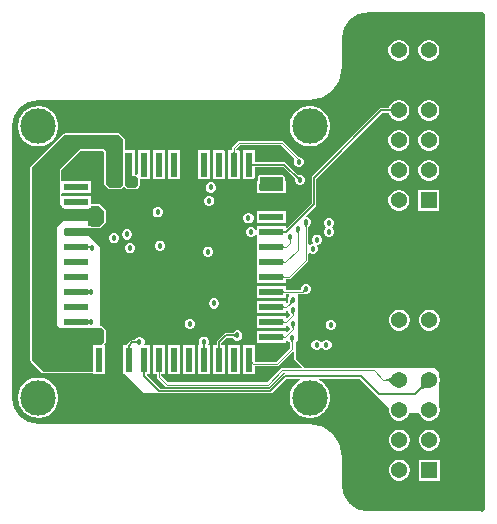
<source format=gtl>
G04*
G04 #@! TF.GenerationSoftware,Altium Limited,Altium Designer,23.8.1 (32)*
G04*
G04 Layer_Physical_Order=1*
G04 Layer_Color=255*
%FSLAX44Y44*%
%MOMM*%
G71*
G04*
G04 #@! TF.SameCoordinates,DF38465C-164B-46F8-8289-0D746A6B0DDA*
G04*
G04*
G04 #@! TF.FilePolarity,Positive*
G04*
G01*
G75*
%ADD14R,0.6000X2.0000*%
%ADD15R,2.0000X0.6000*%
%ADD20C,0.5080*%
%ADD21C,0.1016*%
%ADD22C,0.1270*%
%ADD23C,0.2032*%
%ADD24R,1.3700X1.3700*%
%ADD25C,1.3700*%
%ADD26C,3.0000*%
%ADD27C,0.4570*%
G36*
X-4819Y421900D02*
Y5889D01*
X-5717Y4991D01*
X-72557Y5009D01*
X-101487D01*
X-103411Y5009D01*
X-107184Y5760D01*
X-110739Y7232D01*
X-113937Y9370D01*
X-116670Y12102D01*
X-118827Y15330D01*
X-120313Y18917D01*
X-121070Y22725D01*
X-121070Y24666D01*
Y51097D01*
X-121070D01*
X-121070Y51097D01*
X-121193Y53587D01*
X-122164Y58470D01*
X-124069Y63071D01*
X-126836Y67211D01*
X-128510Y69057D01*
X-131030Y71578D01*
X-131030Y71578D01*
X-132877Y73252D01*
X-137017Y76018D01*
X-141617Y77923D01*
X-146501Y78895D01*
X-148990Y79017D01*
X-380705Y79017D01*
X-382643D01*
X-386444Y79773D01*
X-390025Y81257D01*
X-393247Y83410D01*
X-395979Y86142D01*
X-398120Y89345D01*
X-399594Y92904D01*
X-400345Y96682D01*
Y98608D01*
Y327497D01*
X-400345Y328694D01*
X-400345Y328694D01*
X-400345Y328694D01*
X-400345Y330619D01*
X-399594Y334394D01*
X-398121Y337951D01*
X-395982Y341152D01*
X-395489Y341645D01*
X-394591Y342543D01*
Y342543D01*
X-393229Y343905D01*
X-390026Y346045D01*
X-386466Y347520D01*
X-382688Y348271D01*
X-380761D01*
X-150116Y348271D01*
X-148922Y348271D01*
X-148922Y348271D01*
X-148922Y348271D01*
X-146432Y348394D01*
X-141549Y349365D01*
X-136948Y351270D01*
X-132808Y354037D01*
X-130961Y355711D01*
X-128430Y358242D01*
X-128430D01*
X-128430Y358242D01*
X-126756Y360089D01*
X-123989Y364229D01*
X-122084Y368829D01*
X-121113Y373713D01*
X-120990Y376203D01*
X-120990Y378088D01*
X-121001Y378121D01*
Y400586D01*
X-121001Y401782D01*
X-121001Y401782D01*
X-121001Y401782D01*
X-121001Y403925D01*
X-120165Y408128D01*
X-118525Y412088D01*
X-116144Y415651D01*
X-114599Y417196D01*
Y417196D01*
X-113237Y418558D01*
X-110033Y420698D01*
X-106474Y422172D01*
X-102695Y422924D01*
X-100769D01*
X-5843Y422924D01*
X-4819Y421900D01*
D02*
G37*
%LPC*%
G36*
X-48700Y401737D02*
X-51039D01*
X-53298Y401132D01*
X-55324Y399962D01*
X-56977Y398309D01*
X-58147Y396283D01*
X-58752Y394024D01*
Y391686D01*
X-58147Y389427D01*
X-56977Y387401D01*
X-55324Y385747D01*
X-53298Y384578D01*
X-51039Y383973D01*
X-48700D01*
X-46441Y384578D01*
X-44416Y385747D01*
X-42762Y387401D01*
X-41593Y389427D01*
X-40988Y391686D01*
Y394024D01*
X-41593Y396283D01*
X-42762Y398309D01*
X-44416Y399962D01*
X-46441Y401132D01*
X-48700Y401737D01*
D02*
G37*
G36*
X-74100D02*
X-76439D01*
X-78698Y401132D01*
X-80723Y399962D01*
X-82377Y398309D01*
X-83546Y396283D01*
X-84152Y394024D01*
Y391686D01*
X-83546Y389427D01*
X-82377Y387401D01*
X-80723Y385747D01*
X-78698Y384578D01*
X-76439Y383973D01*
X-74100D01*
X-71842Y384578D01*
X-69816Y385747D01*
X-68162Y387401D01*
X-66993Y389427D01*
X-66388Y391686D01*
Y394024D01*
X-66993Y396283D01*
X-68162Y398309D01*
X-69816Y399962D01*
X-71842Y401132D01*
X-74100Y401737D01*
D02*
G37*
G36*
X-48700Y350937D02*
X-51039D01*
X-53298Y350332D01*
X-55324Y349162D01*
X-56977Y347509D01*
X-58147Y345483D01*
X-58752Y343224D01*
Y340886D01*
X-58147Y338627D01*
X-56977Y336601D01*
X-55324Y334948D01*
X-53298Y333778D01*
X-51039Y333173D01*
X-48700D01*
X-46441Y333778D01*
X-44416Y334948D01*
X-42762Y336601D01*
X-41593Y338627D01*
X-40988Y340886D01*
Y343224D01*
X-41593Y345483D01*
X-42762Y347509D01*
X-44416Y349162D01*
X-46441Y350332D01*
X-48700Y350937D01*
D02*
G37*
G36*
X-74100D02*
X-76439D01*
X-78698Y350332D01*
X-80723Y349162D01*
X-82377Y347509D01*
X-83546Y345483D01*
X-83945Y343997D01*
X-90183D01*
X-90927Y343849D01*
X-91557Y343428D01*
X-148651Y286334D01*
X-149072Y285704D01*
X-149220Y284961D01*
Y263430D01*
X-170092Y242557D01*
X-171265Y243043D01*
Y244103D01*
X-195329D01*
Y241168D01*
X-196599Y240915D01*
X-196903Y241647D01*
X-198117Y242861D01*
X-199704Y243519D01*
X-201421D01*
X-203008Y242861D01*
X-204222Y241647D01*
X-204879Y240061D01*
Y238343D01*
X-204222Y236756D01*
X-203008Y235542D01*
X-201421Y234885D01*
X-199704D01*
X-198117Y235542D01*
X-196903Y236756D01*
X-196599Y237489D01*
X-195329Y237236D01*
Y234039D01*
Y221339D01*
Y208639D01*
Y195939D01*
X-171265D01*
Y199159D01*
X-168246D01*
X-167552Y199297D01*
X-166964Y199690D01*
X-152708Y213946D01*
X-152315Y214534D01*
X-152177Y215228D01*
Y220452D01*
X-150907Y220978D01*
X-150851Y220922D01*
X-149264Y220265D01*
X-147547D01*
X-145960Y220922D01*
X-144745Y222136D01*
X-144088Y223723D01*
Y225440D01*
X-144745Y227027D01*
X-144767Y227049D01*
X-144241Y228319D01*
X-143816D01*
X-142230Y228976D01*
X-141015Y230190D01*
X-140358Y231777D01*
Y233494D01*
X-141015Y235081D01*
X-142230Y236296D01*
X-143816Y236953D01*
X-145534D01*
X-147121Y236296D01*
X-148335Y235081D01*
X-148992Y233494D01*
Y231777D01*
X-148335Y230190D01*
X-148313Y230169D01*
X-148839Y228899D01*
X-149264D01*
X-150851Y228241D01*
X-150907Y228185D01*
X-152177Y228711D01*
Y243363D01*
X-151544Y243625D01*
X-150330Y244840D01*
X-149673Y246426D01*
Y248144D01*
X-150330Y249730D01*
X-151544Y250945D01*
X-153131Y251602D01*
X-153758D01*
X-154284Y252872D01*
X-145904Y261252D01*
X-145904Y261252D01*
X-145483Y261882D01*
X-145335Y262625D01*
Y284156D01*
X-89379Y340113D01*
X-83945D01*
X-83546Y338627D01*
X-82377Y336601D01*
X-80723Y334948D01*
X-78698Y333778D01*
X-76439Y333173D01*
X-74100D01*
X-71842Y333778D01*
X-69816Y334948D01*
X-68162Y336601D01*
X-66993Y338627D01*
X-66388Y340886D01*
Y343224D01*
X-66993Y345483D01*
X-68162Y347509D01*
X-69816Y349162D01*
X-71842Y350332D01*
X-74100Y350937D01*
D02*
G37*
G36*
X-312611Y322787D02*
X-312611Y322787D01*
X-358199D01*
X-358199Y322787D01*
X-359171Y322384D01*
X-386831Y294723D01*
X-387234Y293752D01*
X-387234Y293751D01*
X-387234Y130322D01*
X-387234Y130322D01*
X-386831Y129350D01*
X-386831Y129350D01*
X-377326Y119844D01*
X-376353Y119441D01*
X-376353Y119441D01*
X-334379D01*
Y119089D01*
X-324315D01*
Y143153D01*
X-324315D01*
X-324603Y143847D01*
X-323751Y144699D01*
X-323348Y145671D01*
X-323348Y145671D01*
Y156179D01*
X-323348Y156179D01*
X-323751Y157151D01*
X-323751Y157152D01*
X-325528Y158929D01*
X-326501Y159332D01*
X-326501Y159332D01*
X-328545D01*
Y226219D01*
X-338397Y236071D01*
X-358397D01*
Y242071D01*
X-358349Y242189D01*
X-338397D01*
X-338397Y242189D01*
X-337127Y242518D01*
X-336365Y242202D01*
X-328935D01*
X-328935Y242202D01*
X-327963Y242605D01*
X-327963Y242605D01*
X-323631Y246937D01*
X-323228Y247909D01*
X-323228Y247909D01*
Y256730D01*
X-323631Y257702D01*
X-323631Y257702D01*
X-327892Y261963D01*
X-328864Y262366D01*
X-328864Y262366D01*
X-336316D01*
X-336365Y262399D01*
Y269503D01*
X-360429D01*
X-361130Y270483D01*
Y271159D01*
X-360429Y272139D01*
X-359860Y272139D01*
X-336365D01*
Y282203D01*
X-359860D01*
X-360429Y282203D01*
X-361130Y283183D01*
Y291661D01*
X-344761Y308030D01*
X-325775D01*
X-324640Y306894D01*
Y279664D01*
X-324640Y279664D01*
X-324237Y278692D01*
X-321264Y275719D01*
X-320292Y275317D01*
X-320292Y275317D01*
X-310989Y275317D01*
X-310017Y275719D01*
X-310017Y275719D01*
X-308867Y276869D01*
X-307103Y276842D01*
X-306043Y275781D01*
X-306042Y275781D01*
X-306042Y275780D01*
X-305559Y275580D01*
X-305071Y275378D01*
X-305071Y275378D01*
X-305070Y275378D01*
X-298068D01*
X-298068Y275378D01*
X-297096Y275780D01*
X-297096Y275781D01*
X-295277Y277599D01*
X-295277Y277599D01*
X-294874Y278571D01*
X-294874Y278571D01*
Y284189D01*
X-286215D01*
Y308253D01*
X-296279D01*
Y288179D01*
X-297549Y287458D01*
X-297957Y287627D01*
X-298915Y288328D01*
Y308253D01*
X-307602D01*
Y317777D01*
X-307602Y317778D01*
X-308004Y318750D01*
X-308004Y318750D01*
X-311639Y322384D01*
X-312611Y322787D01*
D02*
G37*
G36*
X-149170Y345703D02*
X-152525D01*
X-155815Y345049D01*
X-158915Y343765D01*
X-161705Y341901D01*
X-164077Y339529D01*
X-165941Y336739D01*
X-167225Y333639D01*
X-167879Y330349D01*
Y326994D01*
X-167225Y323703D01*
X-165941Y320604D01*
X-164077Y317814D01*
X-161705Y315442D01*
X-158915Y313578D01*
X-155815Y312294D01*
X-152525Y311639D01*
X-149170D01*
X-145879Y312294D01*
X-142780Y313578D01*
X-139990Y315442D01*
X-137618Y317814D01*
X-135754Y320604D01*
X-134470Y323703D01*
X-133815Y326994D01*
Y330349D01*
X-134470Y333639D01*
X-135754Y336739D01*
X-137618Y339529D01*
X-139990Y341901D01*
X-142780Y343765D01*
X-145879Y345049D01*
X-149170Y345703D01*
D02*
G37*
G36*
X-379170D02*
X-382525D01*
X-385815Y345049D01*
X-388915Y343765D01*
X-391705Y341901D01*
X-394077Y339529D01*
X-395941Y336739D01*
X-397225Y333639D01*
X-397879Y330349D01*
Y326994D01*
X-397225Y323703D01*
X-395941Y320604D01*
X-394077Y317814D01*
X-391705Y315442D01*
X-388915Y313578D01*
X-385815Y312294D01*
X-382525Y311639D01*
X-379170D01*
X-375879Y312294D01*
X-372780Y313578D01*
X-369990Y315442D01*
X-367618Y317814D01*
X-365754Y320604D01*
X-364470Y323703D01*
X-363815Y326994D01*
Y330349D01*
X-364470Y333639D01*
X-365754Y336739D01*
X-367618Y339529D01*
X-369990Y341901D01*
X-372780Y343765D01*
X-375879Y345049D01*
X-379170Y345703D01*
D02*
G37*
G36*
X-48700Y325537D02*
X-51039D01*
X-53298Y324932D01*
X-55324Y323762D01*
X-56977Y322109D01*
X-58147Y320083D01*
X-58752Y317824D01*
Y315486D01*
X-58147Y313227D01*
X-56977Y311201D01*
X-55324Y309548D01*
X-53298Y308378D01*
X-51039Y307773D01*
X-48700D01*
X-46441Y308378D01*
X-44416Y309548D01*
X-42762Y311201D01*
X-41593Y313227D01*
X-40988Y315486D01*
Y317824D01*
X-41593Y320083D01*
X-42762Y322109D01*
X-44416Y323762D01*
X-46441Y324932D01*
X-48700Y325537D01*
D02*
G37*
G36*
X-74100D02*
X-76439D01*
X-78698Y324932D01*
X-80723Y323762D01*
X-82377Y322109D01*
X-83546Y320083D01*
X-84152Y317824D01*
Y315486D01*
X-83546Y313227D01*
X-82377Y311201D01*
X-80723Y309548D01*
X-78698Y308378D01*
X-76439Y307773D01*
X-74100D01*
X-71842Y308378D01*
X-69816Y309548D01*
X-68162Y311201D01*
X-66993Y313227D01*
X-66388Y315486D01*
Y317824D01*
X-66993Y320083D01*
X-68162Y322109D01*
X-69816Y323762D01*
X-71842Y324932D01*
X-74100Y325537D01*
D02*
G37*
G36*
X-174359Y316406D02*
X-210588D01*
X-211281Y316268D01*
X-211869Y315875D01*
X-216329Y311415D01*
X-216722Y310827D01*
X-216860Y310133D01*
Y308253D01*
X-220079D01*
Y284189D01*
X-210015D01*
Y308253D01*
X-212894D01*
X-213093Y309523D01*
X-209837Y312780D01*
X-175109D01*
X-163542Y301213D01*
X-163886Y300869D01*
X-164543Y299282D01*
Y297565D01*
X-163886Y295978D01*
X-162672Y294764D01*
X-161085Y294106D01*
X-159368D01*
X-157781Y294764D01*
X-156567Y295978D01*
X-155910Y297565D01*
Y299282D01*
X-156567Y300869D01*
X-157781Y302083D01*
X-159368Y302740D01*
X-159942D01*
X-173077Y315875D01*
X-173665Y316268D01*
X-174359Y316406D01*
D02*
G37*
G36*
X-222715Y308253D02*
X-232779D01*
Y284189D01*
X-222715D01*
Y308253D01*
D02*
G37*
G36*
X-235415D02*
X-245479D01*
Y284189D01*
X-235415D01*
Y308253D01*
D02*
G37*
G36*
X-260815D02*
X-270879D01*
Y284189D01*
X-260815D01*
Y308253D01*
D02*
G37*
G36*
X-273515D02*
X-283579D01*
Y284189D01*
X-273515D01*
Y308253D01*
D02*
G37*
G36*
X-48700Y300137D02*
X-51039D01*
X-53298Y299532D01*
X-55324Y298362D01*
X-56977Y296709D01*
X-58147Y294683D01*
X-58752Y292424D01*
Y290086D01*
X-58147Y287827D01*
X-56977Y285801D01*
X-55324Y284147D01*
X-53298Y282978D01*
X-51039Y282373D01*
X-48700D01*
X-46441Y282978D01*
X-44416Y284147D01*
X-42762Y285801D01*
X-41593Y287827D01*
X-40988Y290086D01*
Y292424D01*
X-41593Y294683D01*
X-42762Y296709D01*
X-44416Y298362D01*
X-46441Y299532D01*
X-48700Y300137D01*
D02*
G37*
G36*
X-74100D02*
X-76439D01*
X-78698Y299532D01*
X-80723Y298362D01*
X-82377Y296709D01*
X-83546Y294683D01*
X-84152Y292424D01*
Y290086D01*
X-83546Y287827D01*
X-82377Y285801D01*
X-80723Y284147D01*
X-78698Y282978D01*
X-76439Y282373D01*
X-74100D01*
X-71842Y282978D01*
X-69816Y284147D01*
X-68162Y285801D01*
X-66993Y287827D01*
X-66388Y290086D01*
Y292424D01*
X-66993Y294683D01*
X-68162Y296709D01*
X-69816Y298362D01*
X-71842Y299532D01*
X-74100Y300137D01*
D02*
G37*
G36*
X-197315Y308253D02*
X-207379D01*
Y284189D01*
X-197315D01*
Y294279D01*
X-173028D01*
X-163145Y284396D01*
X-163354Y283894D01*
Y282176D01*
X-162696Y280589D01*
X-161482Y279375D01*
X-159895Y278718D01*
X-158178D01*
X-156591Y279375D01*
X-155377Y280589D01*
X-154720Y282176D01*
Y283894D01*
X-155377Y285480D01*
X-156591Y286695D01*
X-158178Y287352D01*
X-159895D01*
X-160399Y287143D01*
X-170850Y297595D01*
X-171480Y298016D01*
X-172223Y298164D01*
X-197315D01*
Y308253D01*
D02*
G37*
G36*
X-233818Y281077D02*
X-235536D01*
X-237122Y280420D01*
X-238337Y279206D01*
X-238994Y277619D01*
Y275902D01*
X-238337Y274315D01*
X-237122Y273101D01*
X-235536Y272443D01*
X-233818D01*
X-232232Y273101D01*
X-231017Y274315D01*
X-230360Y275902D01*
Y277619D01*
X-231017Y279206D01*
X-232232Y280420D01*
X-233818Y281077D01*
D02*
G37*
G36*
X-193297Y287031D02*
X-194269Y286628D01*
X-194672Y285656D01*
Y283586D01*
X-194625Y283473D01*
X-194719Y283221D01*
X-195329Y282203D01*
X-195329Y282203D01*
X-195329Y282203D01*
Y272139D01*
X-171265D01*
Y282203D01*
X-171923D01*
Y285656D01*
X-172325Y286628D01*
X-173297Y287031D01*
X-193297Y287031D01*
D02*
G37*
G36*
X-234970Y269708D02*
X-236687D01*
X-238274Y269051D01*
X-239488Y267837D01*
X-240145Y266250D01*
Y264533D01*
X-239488Y262946D01*
X-238274Y261731D01*
X-236687Y261074D01*
X-234970D01*
X-233383Y261731D01*
X-232169Y262946D01*
X-231511Y264533D01*
Y266250D01*
X-232169Y267837D01*
X-233383Y269051D01*
X-234970Y269708D01*
D02*
G37*
G36*
X-40988Y274737D02*
X-58752D01*
Y256973D01*
X-40988D01*
Y274737D01*
D02*
G37*
G36*
X-74100D02*
X-76439D01*
X-78698Y274132D01*
X-80723Y272962D01*
X-82377Y271309D01*
X-83546Y269283D01*
X-84152Y267024D01*
Y264686D01*
X-83546Y262427D01*
X-82377Y260401D01*
X-80723Y258748D01*
X-78698Y257578D01*
X-76439Y256973D01*
X-74100D01*
X-71842Y257578D01*
X-69816Y258748D01*
X-68162Y260401D01*
X-66993Y262427D01*
X-66388Y264686D01*
Y267024D01*
X-66993Y269283D01*
X-68162Y271309D01*
X-69816Y272962D01*
X-71842Y274132D01*
X-74100Y274737D01*
D02*
G37*
G36*
X-278570Y260147D02*
X-280287D01*
X-281874Y259490D01*
X-283088Y258276D01*
X-283745Y256689D01*
Y254971D01*
X-283088Y253385D01*
X-281874Y252170D01*
X-280287Y251513D01*
X-278570D01*
X-276983Y252170D01*
X-275769Y253385D01*
X-275112Y254971D01*
Y256689D01*
X-275769Y258276D01*
X-276983Y259490D01*
X-278570Y260147D01*
D02*
G37*
G36*
X-171265Y256803D02*
X-195329D01*
Y246739D01*
X-171265D01*
Y256803D01*
D02*
G37*
G36*
X-201791Y255057D02*
X-203508D01*
X-205095Y254400D01*
X-206309Y253185D01*
X-206967Y251599D01*
Y249881D01*
X-206309Y248295D01*
X-205095Y247080D01*
X-203508Y246423D01*
X-201791D01*
X-200204Y247080D01*
X-198990Y248295D01*
X-198333Y249881D01*
Y251599D01*
X-198990Y253185D01*
X-200204Y254400D01*
X-201791Y255057D01*
D02*
G37*
G36*
X-133579Y250823D02*
X-135297D01*
X-136883Y250166D01*
X-138098Y248951D01*
X-138755Y247365D01*
Y245647D01*
X-138098Y244060D01*
X-136946Y242909D01*
X-138020Y241835D01*
X-138677Y240248D01*
Y238531D01*
X-138020Y236944D01*
X-136805Y235730D01*
X-135219Y235073D01*
X-133501D01*
X-131915Y235730D01*
X-130700Y236944D01*
X-130043Y238531D01*
Y240248D01*
X-130700Y241835D01*
X-131852Y242987D01*
X-130778Y244060D01*
X-130121Y245647D01*
Y247365D01*
X-130778Y248951D01*
X-131993Y250166D01*
X-133579Y250823D01*
D02*
G37*
G36*
X-304556Y241316D02*
X-306273D01*
X-307860Y240658D01*
X-309074Y239444D01*
X-309732Y237857D01*
Y236140D01*
X-309074Y234553D01*
X-307860Y233339D01*
X-306273Y232682D01*
X-304556D01*
X-302969Y233339D01*
X-301755Y234553D01*
X-301098Y236140D01*
Y237857D01*
X-301755Y239444D01*
X-302969Y240658D01*
X-304556Y241316D01*
D02*
G37*
G36*
X-315601Y238011D02*
X-317319D01*
X-318905Y237354D01*
X-320120Y236140D01*
X-320777Y234553D01*
Y232835D01*
X-320120Y231249D01*
X-318905Y230034D01*
X-317319Y229377D01*
X-315601D01*
X-314015Y230034D01*
X-312800Y231249D01*
X-312143Y232835D01*
Y234553D01*
X-312800Y236140D01*
X-314015Y237354D01*
X-315601Y238011D01*
D02*
G37*
G36*
X-276594Y231705D02*
X-278312D01*
X-279898Y231048D01*
X-281113Y229834D01*
X-281770Y228247D01*
Y226530D01*
X-281113Y224943D01*
X-279898Y223729D01*
X-278312Y223071D01*
X-276594D01*
X-275007Y223729D01*
X-273793Y224943D01*
X-273136Y226530D01*
Y228247D01*
X-273793Y229834D01*
X-275007Y231048D01*
X-276594Y231705D01*
D02*
G37*
G36*
X-302234Y229684D02*
X-303951D01*
X-305538Y229027D01*
X-306752Y227812D01*
X-307410Y226225D01*
Y224508D01*
X-306752Y222921D01*
X-305538Y221707D01*
X-303951Y221050D01*
X-302234D01*
X-300647Y221707D01*
X-299433Y222921D01*
X-298776Y224508D01*
Y226225D01*
X-299433Y227812D01*
X-300647Y229027D01*
X-302234Y229684D01*
D02*
G37*
G36*
X-236220Y226672D02*
X-237937D01*
X-239524Y226015D01*
X-240738Y224800D01*
X-241395Y223214D01*
Y221497D01*
X-240738Y219910D01*
X-239524Y218695D01*
X-237937Y218038D01*
X-236220D01*
X-234633Y218695D01*
X-233419Y219910D01*
X-232761Y221497D01*
Y223214D01*
X-233419Y224800D01*
X-234633Y226015D01*
X-236220Y226672D01*
D02*
G37*
G36*
X-153110Y195056D02*
X-154827D01*
X-156414Y194398D01*
X-157628Y193184D01*
X-158285Y191597D01*
Y190084D01*
X-171265D01*
Y193303D01*
X-195329D01*
Y183239D01*
X-171265D01*
Y186459D01*
X-168360D01*
X-168219Y186214D01*
X-167971Y185189D01*
X-168968Y184192D01*
X-169625Y182605D01*
Y180888D01*
X-169136Y179708D01*
X-170092Y178753D01*
X-171265Y179239D01*
Y180603D01*
X-195329D01*
Y170539D01*
X-171265D01*
Y172521D01*
X-170934Y172658D01*
X-169912Y172173D01*
X-169578Y171847D01*
X-169007Y170468D01*
X-167793Y169254D01*
X-167689Y168733D01*
X-170092Y166330D01*
X-171265Y166816D01*
Y167903D01*
X-195329D01*
Y157839D01*
X-171265D01*
Y159922D01*
X-170561Y160441D01*
X-169221Y159870D01*
X-168928Y159163D01*
X-168073Y158308D01*
X-167879Y156937D01*
X-167924Y156661D01*
X-170092Y154494D01*
X-171265Y154980D01*
Y155203D01*
X-195329D01*
Y145139D01*
X-171265D01*
Y147190D01*
X-170893Y147455D01*
X-169351Y147051D01*
X-168137Y145837D01*
X-167504Y145575D01*
Y141015D01*
X-179422Y129097D01*
X-197315D01*
Y143153D01*
X-207379D01*
Y119089D01*
X-197315D01*
Y125471D01*
X-178671D01*
X-177978Y125609D01*
X-177390Y126002D01*
X-165286Y138105D01*
X-164016Y137579D01*
Y132866D01*
X-164016Y131873D01*
X-163831Y131687D01*
X-163831Y131687D01*
X-157023Y124880D01*
X-157509Y123706D01*
X-174039D01*
X-174733Y123568D01*
X-175321Y123175D01*
X-186782Y111714D01*
X-271057D01*
X-276735Y117392D01*
Y119089D01*
X-273515D01*
Y143153D01*
X-283579D01*
Y119089D01*
X-280360D01*
Y116641D01*
X-280222Y115948D01*
X-279829Y115359D01*
X-273090Y108620D01*
X-272501Y108227D01*
X-271808Y108089D01*
X-186031D01*
X-185337Y108227D01*
X-184749Y108620D01*
X-173288Y120081D01*
X-172054D01*
X-171929Y118811D01*
X-172230Y118751D01*
X-172860Y118330D01*
X-172860Y118330D01*
X-184869Y106321D01*
X-277273D01*
X-288771Y117819D01*
X-288245Y119089D01*
X-286215D01*
Y143153D01*
X-289996D01*
X-290845Y144423D01*
X-290684Y144811D01*
Y146529D01*
X-291341Y148116D01*
X-292556Y149330D01*
X-294142Y149987D01*
X-295860D01*
X-297446Y149330D01*
X-298661Y148116D01*
X-298869Y147613D01*
X-300948D01*
X-301691Y147465D01*
X-302321Y147044D01*
X-305321Y144045D01*
X-305742Y143415D01*
X-305794Y143153D01*
X-308979D01*
Y119089D01*
X-307455D01*
X-290861Y102495D01*
X-280186D01*
X-280186Y102495D01*
X-279004Y102706D01*
X-278821Y102585D01*
X-278078Y102437D01*
X-184064D01*
X-183321Y102585D01*
X-182691Y103006D01*
X-170682Y115014D01*
X-159155D01*
X-158907Y113768D01*
X-158915Y113765D01*
X-161705Y111901D01*
X-164077Y109529D01*
X-165941Y106739D01*
X-167225Y103639D01*
X-167879Y100349D01*
Y96994D01*
X-167225Y93703D01*
X-165941Y90604D01*
X-164077Y87814D01*
X-161705Y85442D01*
X-158915Y83578D01*
X-155815Y82294D01*
X-152525Y81639D01*
X-149170D01*
X-145879Y82294D01*
X-142780Y83578D01*
X-139990Y85442D01*
X-137618Y87814D01*
X-135754Y90604D01*
X-134470Y93703D01*
X-133815Y96994D01*
Y100349D01*
X-134470Y103639D01*
X-135754Y106739D01*
X-137618Y109529D01*
X-139990Y111901D01*
X-142780Y113765D01*
X-142788Y113768D01*
X-142540Y115014D01*
X-109530D01*
X-108321Y115014D01*
X-83562Y90254D01*
X-83757Y89527D01*
Y87189D01*
X-83152Y84930D01*
X-81982Y82904D01*
X-80329Y81251D01*
X-78303Y80081D01*
X-76044Y79476D01*
X-73706D01*
X-71446Y80081D01*
X-69421Y81251D01*
X-67768Y82904D01*
X-66598Y84930D01*
X-66379Y85748D01*
X-57971D01*
X-57751Y84930D01*
X-56582Y82904D01*
X-54928Y81251D01*
X-52903Y80081D01*
X-50644Y79476D01*
X-48306D01*
X-46047Y80081D01*
X-44021Y81251D01*
X-42368Y82904D01*
X-41198Y84930D01*
X-40593Y87189D01*
Y89527D01*
X-41198Y91786D01*
X-41355Y92058D01*
Y110058D01*
X-41198Y110330D01*
X-40593Y112589D01*
Y114927D01*
X-41198Y117186D01*
X-41355Y117458D01*
Y120608D01*
X-44453Y123706D01*
X-96493D01*
X-96494Y123706D01*
X-153920D01*
X-155190Y123718D01*
X-155855Y124382D01*
X-162511Y131038D01*
X-162561Y132213D01*
X-162561D01*
Y145854D01*
X-160455Y147960D01*
Y186459D01*
X-156435D01*
X-155742Y186597D01*
X-155553Y186722D01*
X-154827Y186422D01*
X-153110D01*
X-151523Y187079D01*
X-150309Y188293D01*
X-149651Y189880D01*
Y191597D01*
X-150309Y193184D01*
X-151523Y194398D01*
X-153110Y195056D01*
D02*
G37*
G36*
X-231142Y182901D02*
X-232859D01*
X-234446Y182244D01*
X-235660Y181030D01*
X-236317Y179443D01*
Y177726D01*
X-235660Y176139D01*
X-234446Y174924D01*
X-232859Y174267D01*
X-231142D01*
X-229555Y174924D01*
X-228341Y176139D01*
X-227683Y177726D01*
Y179443D01*
X-228341Y181030D01*
X-229555Y182244D01*
X-231142Y182901D01*
D02*
G37*
G36*
X-251544Y165395D02*
X-253262D01*
X-254848Y164738D01*
X-256063Y163524D01*
X-256720Y161937D01*
Y160220D01*
X-256063Y158633D01*
X-254848Y157418D01*
X-253262Y156761D01*
X-251544D01*
X-249958Y157418D01*
X-248743Y158633D01*
X-248086Y160220D01*
Y161937D01*
X-248743Y163524D01*
X-249958Y164738D01*
X-251544Y165395D01*
D02*
G37*
G36*
X-132203Y164621D02*
X-133920D01*
X-135507Y163964D01*
X-136721Y162750D01*
X-137378Y161163D01*
Y159446D01*
X-136721Y157859D01*
X-135507Y156644D01*
X-133920Y155987D01*
X-132203D01*
X-130616Y156644D01*
X-129402Y157859D01*
X-128744Y159446D01*
Y161163D01*
X-129402Y162750D01*
X-130616Y163964D01*
X-132203Y164621D01*
D02*
G37*
G36*
X-48306Y173440D02*
X-50644D01*
X-52903Y172835D01*
X-54928Y171665D01*
X-56582Y170012D01*
X-57751Y167986D01*
X-58357Y165727D01*
Y163389D01*
X-57751Y161130D01*
X-56582Y159104D01*
X-54928Y157451D01*
X-52903Y156281D01*
X-50644Y155676D01*
X-48306D01*
X-46047Y156281D01*
X-44021Y157451D01*
X-42368Y159104D01*
X-41198Y161130D01*
X-40593Y163389D01*
Y165727D01*
X-41198Y167986D01*
X-42368Y170012D01*
X-44021Y171665D01*
X-46047Y172835D01*
X-48306Y173440D01*
D02*
G37*
G36*
X-73706D02*
X-76044D01*
X-78303Y172835D01*
X-80329Y171665D01*
X-81982Y170012D01*
X-83152Y167986D01*
X-83757Y165727D01*
Y163389D01*
X-83152Y161130D01*
X-81982Y159104D01*
X-80329Y157451D01*
X-78303Y156281D01*
X-76044Y155676D01*
X-73706D01*
X-71446Y156281D01*
X-69421Y157451D01*
X-67768Y159104D01*
X-66598Y161130D01*
X-65993Y163389D01*
Y165727D01*
X-66598Y167986D01*
X-67768Y170012D01*
X-69421Y171665D01*
X-71446Y172835D01*
X-73706Y173440D01*
D02*
G37*
G36*
X-211189Y155801D02*
X-212906D01*
X-214493Y155143D01*
X-215707Y153929D01*
X-215916Y153426D01*
X-221834D01*
X-222578Y153278D01*
X-223208Y152857D01*
X-229121Y146944D01*
X-229542Y146314D01*
X-229690Y145571D01*
Y143153D01*
X-232779D01*
Y119089D01*
X-222715D01*
Y143153D01*
X-225805D01*
Y144766D01*
X-221030Y149541D01*
X-215916D01*
X-215707Y149038D01*
X-214493Y147824D01*
X-212906Y147167D01*
X-211189D01*
X-209602Y147824D01*
X-208388Y149038D01*
X-207730Y150625D01*
Y152342D01*
X-208388Y153929D01*
X-209602Y155143D01*
X-211189Y155801D01*
D02*
G37*
G36*
X-135796Y147670D02*
X-137514D01*
X-139100Y147013D01*
X-140096Y146018D01*
X-140847Y145890D01*
X-141599Y146018D01*
X-142594Y147013D01*
X-144181Y147670D01*
X-145898D01*
X-147485Y147013D01*
X-148699Y145799D01*
X-149356Y144212D01*
Y142495D01*
X-148699Y140908D01*
X-147485Y139694D01*
X-145898Y139036D01*
X-144181D01*
X-142594Y139694D01*
X-141599Y140689D01*
X-140847Y140817D01*
X-140096Y140689D01*
X-139100Y139694D01*
X-137514Y139036D01*
X-135796D01*
X-134209Y139694D01*
X-132995Y140908D01*
X-132338Y142495D01*
Y144212D01*
X-132995Y145799D01*
X-134209Y147013D01*
X-135796Y147670D01*
D02*
G37*
G36*
X-210015Y143153D02*
X-220079D01*
Y119089D01*
X-210015D01*
Y143153D01*
D02*
G37*
G36*
X-239651Y150450D02*
X-241368D01*
X-242955Y149792D01*
X-244169Y148578D01*
X-244826Y146991D01*
Y145274D01*
X-244474Y144423D01*
X-245295Y143153D01*
X-245479D01*
Y119089D01*
X-235415D01*
Y143153D01*
X-235724D01*
X-236545Y144423D01*
X-236192Y145274D01*
Y146991D01*
X-236849Y148578D01*
X-238064Y149792D01*
X-239651Y150450D01*
D02*
G37*
G36*
X-248115Y143153D02*
X-258179D01*
Y119089D01*
X-248115D01*
Y143153D01*
D02*
G37*
G36*
X-260815D02*
X-270879D01*
Y119089D01*
X-260815D01*
Y143153D01*
D02*
G37*
G36*
X-379170Y115703D02*
X-382525D01*
X-385815Y115049D01*
X-388915Y113765D01*
X-391705Y111901D01*
X-394077Y109529D01*
X-395941Y106739D01*
X-397225Y103639D01*
X-397879Y100349D01*
Y96994D01*
X-397225Y93703D01*
X-395941Y90604D01*
X-394077Y87814D01*
X-391705Y85442D01*
X-388915Y83578D01*
X-385815Y82294D01*
X-382525Y81639D01*
X-379170D01*
X-375879Y82294D01*
X-372780Y83578D01*
X-369990Y85442D01*
X-367618Y87814D01*
X-365754Y90604D01*
X-364470Y93703D01*
X-363815Y96994D01*
Y100349D01*
X-364470Y103639D01*
X-365754Y106739D01*
X-367618Y109529D01*
X-369990Y111901D01*
X-372780Y113765D01*
X-375879Y115049D01*
X-379170Y115703D01*
D02*
G37*
G36*
X-48306Y71840D02*
X-50644D01*
X-52903Y71235D01*
X-54928Y70065D01*
X-56582Y68412D01*
X-57751Y66386D01*
X-58357Y64127D01*
Y61789D01*
X-57751Y59530D01*
X-56582Y57504D01*
X-54928Y55851D01*
X-52903Y54681D01*
X-50644Y54076D01*
X-48306D01*
X-46047Y54681D01*
X-44021Y55851D01*
X-42368Y57504D01*
X-41198Y59530D01*
X-40593Y61789D01*
Y64127D01*
X-41198Y66386D01*
X-42368Y68412D01*
X-44021Y70065D01*
X-46047Y71235D01*
X-48306Y71840D01*
D02*
G37*
G36*
X-73706D02*
X-76044D01*
X-78303Y71235D01*
X-80329Y70065D01*
X-81982Y68412D01*
X-83152Y66386D01*
X-83757Y64127D01*
Y61789D01*
X-83152Y59530D01*
X-81982Y57504D01*
X-80329Y55851D01*
X-78303Y54681D01*
X-76044Y54076D01*
X-73706D01*
X-71446Y54681D01*
X-69421Y55851D01*
X-67768Y57504D01*
X-66598Y59530D01*
X-65993Y61789D01*
Y64127D01*
X-66598Y66386D01*
X-67768Y68412D01*
X-69421Y70065D01*
X-71446Y71235D01*
X-73706Y71840D01*
D02*
G37*
G36*
X-40593Y46440D02*
X-58357D01*
Y28676D01*
X-40593D01*
Y46440D01*
D02*
G37*
G36*
X-73706D02*
X-76044D01*
X-78303Y45835D01*
X-80329Y44665D01*
X-81982Y43012D01*
X-83152Y40986D01*
X-83757Y38727D01*
Y36389D01*
X-83152Y34130D01*
X-81982Y32104D01*
X-80329Y30451D01*
X-78303Y29281D01*
X-76044Y28676D01*
X-73706D01*
X-71446Y29281D01*
X-69421Y30451D01*
X-67768Y32104D01*
X-66598Y34130D01*
X-65993Y36389D01*
Y38727D01*
X-66598Y40986D01*
X-67768Y43012D01*
X-69421Y44665D01*
X-71446Y45835D01*
X-73706Y46440D01*
D02*
G37*
%LPD*%
G36*
X-152598Y245441D02*
X-152947Y245027D01*
X-153089Y244825D01*
X-153209Y244626D01*
X-153307Y244431D01*
X-153384Y244240D01*
X-153438Y244052D01*
X-153471Y243867D01*
X-153482Y243686D01*
X-154498D01*
X-154509Y243867D01*
X-154541Y244052D01*
X-154596Y244240D01*
X-154672Y244431D01*
X-154771Y244626D01*
X-154891Y244825D01*
X-155033Y245027D01*
X-155196Y245232D01*
X-155382Y245441D01*
X-155589Y245653D01*
X-152390D01*
X-152598Y245441D01*
D02*
G37*
G36*
X-159461Y240120D02*
X-159669Y239908D01*
X-160018Y239495D01*
X-160161Y239293D01*
X-160281Y239095D01*
X-160379Y238900D01*
X-160456Y238709D01*
X-160510Y238521D01*
X-160543Y238336D01*
X-160554Y238155D01*
X-161570Y238157D01*
X-161581Y238338D01*
X-161614Y238523D01*
X-161668Y238711D01*
X-161744Y238902D01*
X-161842Y239097D01*
X-161962Y239296D01*
X-162104Y239498D01*
X-162268Y239704D01*
X-162453Y239913D01*
X-162660Y240126D01*
X-159461Y240120D01*
D02*
G37*
G36*
X-173315Y240221D02*
X-173277Y240113D01*
X-173214Y240018D01*
X-173125Y239935D01*
X-173010Y239865D01*
X-172871Y239808D01*
X-172705Y239764D01*
X-172515Y239732D01*
X-172299Y239713D01*
X-172058Y239706D01*
Y238436D01*
X-172299Y238430D01*
X-172515Y238411D01*
X-172705Y238379D01*
X-172871Y238335D01*
X-173010Y238278D01*
X-173125Y238208D01*
X-173214Y238125D01*
X-173277Y238030D01*
X-173315Y237922D01*
X-173328Y237801D01*
Y240341D01*
X-173315Y240221D01*
D02*
G37*
G36*
X-173318Y227291D02*
X-173287Y227204D01*
X-173236Y227128D01*
X-173165Y227062D01*
X-173074Y227006D01*
X-172962Y226961D01*
X-172830Y226925D01*
X-172678Y226900D01*
X-172505Y226884D01*
X-172312Y226879D01*
Y225863D01*
X-172505Y225858D01*
X-172678Y225843D01*
X-172830Y225818D01*
X-172962Y225782D01*
X-173074Y225736D01*
X-173165Y225681D01*
X-173236Y225614D01*
X-173287Y225538D01*
X-173318Y225452D01*
X-173328Y225355D01*
Y227387D01*
X-173318Y227291D01*
D02*
G37*
G36*
Y214591D02*
X-173287Y214505D01*
X-173236Y214428D01*
X-173165Y214362D01*
X-173074Y214306D01*
X-172962Y214261D01*
X-172830Y214225D01*
X-172678Y214200D01*
X-172505Y214184D01*
X-172312Y214179D01*
Y213163D01*
X-172505Y213158D01*
X-172678Y213143D01*
X-172830Y213118D01*
X-172962Y213082D01*
X-173074Y213036D01*
X-173165Y212980D01*
X-173236Y212915D01*
X-173287Y212838D01*
X-173318Y212752D01*
X-173328Y212655D01*
Y214687D01*
X-173318Y214591D01*
D02*
G37*
G36*
Y201891D02*
X-173287Y201805D01*
X-173236Y201728D01*
X-173165Y201662D01*
X-173074Y201606D01*
X-172962Y201561D01*
X-172830Y201525D01*
X-172678Y201500D01*
X-172505Y201485D01*
X-172312Y201479D01*
Y200463D01*
X-172505Y200458D01*
X-172678Y200443D01*
X-172830Y200418D01*
X-172962Y200382D01*
X-173074Y200336D01*
X-173165Y200280D01*
X-173236Y200215D01*
X-173287Y200138D01*
X-173318Y200052D01*
X-173328Y199955D01*
Y201987D01*
X-173318Y201891D01*
D02*
G37*
G36*
X-300947Y286252D02*
X-297957D01*
X-296279Y284575D01*
Y284189D01*
X-296249D01*
Y278571D01*
X-298068Y276752D01*
X-305070D01*
X-306956Y278640D01*
X-306947Y286221D01*
Y306221D01*
X-300947D01*
Y286252D01*
D02*
G37*
G36*
X-308976Y317778D02*
Y308253D01*
X-308979D01*
Y284189D01*
X-308976D01*
Y278704D01*
X-310989Y276691D01*
X-320292Y276691D01*
X-323265Y279664D01*
Y307464D01*
X-325206Y309405D01*
X-345330D01*
X-362504Y292230D01*
Y262785D01*
X-360429Y260710D01*
Y259439D01*
X-359158D01*
X-358397Y258678D01*
X-338629D01*
X-337868Y259439D01*
X-336365D01*
Y260942D01*
X-336316Y260991D01*
X-328864D01*
X-324603Y256730D01*
Y247909D01*
X-328935Y243577D01*
X-336365D01*
Y244103D01*
X-338397D01*
Y248771D01*
X-359852D01*
X-364962Y243661D01*
X-364878Y243577D01*
Y160698D01*
X-362137Y157957D01*
X-360429D01*
Y157839D01*
X-336365D01*
Y157957D01*
X-326501D01*
X-324723Y156179D01*
Y145671D01*
X-327241Y143153D01*
X-334379D01*
Y120816D01*
X-376353D01*
X-385859Y130322D01*
X-385859Y293752D01*
X-358199Y321412D01*
X-312611D01*
X-308976Y317778D01*
D02*
G37*
G36*
X-338408Y190110D02*
X-338346Y189938D01*
X-338245Y189785D01*
X-338103Y189653D01*
X-337920Y189541D01*
X-337758Y189475D01*
X-337749Y189478D01*
X-337586Y189547D01*
X-337435Y189627D01*
X-337296Y189717D01*
X-337169Y189818D01*
X-337204Y189341D01*
X-337127Y189328D01*
X-336782Y189298D01*
X-336396Y189287D01*
Y187255D01*
X-336782Y187245D01*
X-337127Y187215D01*
X-337366Y187175D01*
X-337407Y186628D01*
X-337519Y186747D01*
X-337646Y186854D01*
X-337786Y186948D01*
X-337902Y187009D01*
X-337920Y187001D01*
X-338103Y186890D01*
X-338245Y186758D01*
X-338346Y186605D01*
X-338408Y186432D01*
X-338428Y186239D01*
Y187186D01*
X-338485Y187199D01*
X-338694Y187230D01*
X-338917Y187249D01*
X-339154Y187255D01*
X-338985Y189287D01*
X-338748Y189293D01*
X-338428Y189324D01*
Y190303D01*
X-338408Y190110D01*
D02*
G37*
G36*
Y164710D02*
X-338346Y164538D01*
X-338245Y164385D01*
X-338103Y164253D01*
X-337920Y164141D01*
X-337769Y164080D01*
X-337765Y164081D01*
X-337602Y164151D01*
X-337451Y164232D01*
X-337313Y164324D01*
X-337187Y164426D01*
X-337218Y163943D01*
X-337127Y163928D01*
X-336782Y163898D01*
X-336396Y163887D01*
Y161855D01*
X-336782Y161845D01*
X-337127Y161815D01*
X-337356Y161777D01*
X-337391Y161234D01*
X-337505Y161352D01*
X-337633Y161457D01*
X-337774Y161551D01*
X-337892Y161613D01*
X-337920Y161601D01*
X-338103Y161490D01*
X-338245Y161358D01*
X-338346Y161205D01*
X-338408Y161032D01*
X-338428Y160839D01*
Y161789D01*
X-338475Y161799D01*
X-338685Y161831D01*
X-338908Y161849D01*
X-339144Y161855D01*
X-338999Y163887D01*
X-338763Y163893D01*
X-338428Y163926D01*
Y164903D01*
X-338408Y164710D01*
D02*
G37*
G36*
X-214534Y307008D02*
X-214519Y306830D01*
X-214494Y306673D01*
X-214458Y306537D01*
X-214412Y306422D01*
X-214356Y306328D01*
X-214290Y306255D01*
X-214214Y306202D01*
X-214128Y306171D01*
X-214031Y306160D01*
X-216063D01*
X-215967Y306171D01*
X-215880Y306202D01*
X-215804Y306255D01*
X-215738Y306328D01*
X-215682Y306422D01*
X-215637Y306537D01*
X-215601Y306673D01*
X-215576Y306830D01*
X-215560Y307008D01*
X-215555Y307207D01*
X-214539D01*
X-214534Y307008D01*
D02*
G37*
G36*
X-173297Y285656D02*
Y274171D01*
X-193297D01*
Y280406D01*
X-192994Y281137D01*
Y282854D01*
X-193297Y283586D01*
Y285656D01*
X-173297Y285656D01*
D02*
G37*
G36*
X-154249Y188471D02*
X-154471Y188491D01*
X-154684Y188493D01*
X-154888Y188479D01*
X-155083Y188449D01*
X-155270Y188401D01*
X-155449Y188337D01*
X-155618Y188256D01*
X-155779Y188158D01*
X-155932Y188043D01*
X-156076Y187912D01*
X-156795Y188631D01*
X-156663Y188775D01*
X-156549Y188927D01*
X-156451Y189088D01*
X-156370Y189258D01*
X-156306Y189437D01*
X-156258Y189624D01*
X-156227Y189819D01*
X-156214Y190023D01*
X-156216Y190236D01*
X-156236Y190457D01*
X-154249Y188471D01*
D02*
G37*
G36*
X-173318Y189191D02*
X-173287Y189104D01*
X-173236Y189028D01*
X-173165Y188962D01*
X-173074Y188906D01*
X-172962Y188861D01*
X-172830Y188825D01*
X-172678Y188800D01*
X-172505Y188785D01*
X-172312Y188779D01*
Y187763D01*
X-172505Y187758D01*
X-172678Y187743D01*
X-172830Y187718D01*
X-172962Y187682D01*
X-173074Y187636D01*
X-173165Y187581D01*
X-173236Y187514D01*
X-173287Y187438D01*
X-173318Y187352D01*
X-173328Y187255D01*
Y189287D01*
X-173318Y189191D01*
D02*
G37*
G36*
X-164783Y179522D02*
X-165101Y179443D01*
X-165922Y179188D01*
X-166151Y179097D01*
X-166543Y178906D01*
X-166706Y178806D01*
X-166846Y178703D01*
X-166965Y178598D01*
X-167865Y179134D01*
X-167737Y179279D01*
X-167630Y179437D01*
X-167544Y179608D01*
X-167478Y179793D01*
X-167433Y179991D01*
X-167409Y180202D01*
X-167406Y180426D01*
X-167423Y180663D01*
X-167462Y180914D01*
X-167521Y181177D01*
X-164783Y179522D01*
D02*
G37*
G36*
X-173318Y176491D02*
X-173287Y176404D01*
X-173236Y176328D01*
X-173165Y176262D01*
X-173074Y176206D01*
X-172962Y176161D01*
X-172830Y176125D01*
X-172678Y176100D01*
X-172505Y176084D01*
X-172312Y176079D01*
Y175063D01*
X-172505Y175058D01*
X-172678Y175043D01*
X-172830Y175018D01*
X-172962Y174982D01*
X-173074Y174936D01*
X-173165Y174881D01*
X-173236Y174814D01*
X-173287Y174738D01*
X-173318Y174652D01*
X-173328Y174555D01*
Y176587D01*
X-173318Y176491D01*
D02*
G37*
G36*
X-163955Y171070D02*
X-164304Y170655D01*
X-164446Y170454D01*
X-164566Y170255D01*
X-164665Y170060D01*
X-164741Y169869D01*
X-164796Y169681D01*
X-164828Y169496D01*
X-164839Y169315D01*
X-165855D01*
X-165866Y169496D01*
X-165899Y169681D01*
X-165954Y169869D01*
X-166030Y170060D01*
X-166128Y170255D01*
X-166248Y170454D01*
X-166390Y170655D01*
X-166554Y170861D01*
X-166739Y171070D01*
X-166947Y171282D01*
X-163748D01*
X-163955Y171070D01*
D02*
G37*
G36*
X-173318Y163791D02*
X-173287Y163704D01*
X-173236Y163628D01*
X-173165Y163562D01*
X-173074Y163506D01*
X-172962Y163461D01*
X-172830Y163425D01*
X-172678Y163400D01*
X-172505Y163384D01*
X-172312Y163379D01*
Y162363D01*
X-172505Y162358D01*
X-172678Y162343D01*
X-172830Y162318D01*
X-172962Y162282D01*
X-173074Y162236D01*
X-173165Y162181D01*
X-173236Y162115D01*
X-173287Y162038D01*
X-173318Y161952D01*
X-173328Y161855D01*
Y163887D01*
X-173318Y163791D01*
D02*
G37*
G36*
X-163790Y159832D02*
X-164128Y159395D01*
X-164265Y159185D01*
X-164382Y158981D01*
X-164477Y158781D01*
X-164551Y158588D01*
X-164604Y158399D01*
X-164635Y158216D01*
X-164646Y158038D01*
X-165662Y157986D01*
X-165673Y158170D01*
X-165707Y158356D01*
X-165763Y158544D01*
X-165841Y158732D01*
X-165942Y158923D01*
X-166066Y159115D01*
X-166212Y159308D01*
X-166380Y159503D01*
X-166571Y159700D01*
X-166784Y159898D01*
X-163589Y160058D01*
X-163790Y159832D01*
D02*
G37*
G36*
X-173318Y151091D02*
X-173287Y151004D01*
X-173236Y150928D01*
X-173165Y150862D01*
X-173074Y150806D01*
X-172962Y150761D01*
X-172830Y150725D01*
X-172678Y150700D01*
X-172505Y150684D01*
X-172312Y150679D01*
Y149663D01*
X-172505Y149658D01*
X-172678Y149643D01*
X-172830Y149618D01*
X-172962Y149582D01*
X-173074Y149536D01*
X-173165Y149480D01*
X-173236Y149415D01*
X-173287Y149338D01*
X-173318Y149252D01*
X-173328Y149155D01*
Y151187D01*
X-173318Y151091D01*
D02*
G37*
G36*
X-164299Y147652D02*
X-164648Y147238D01*
X-164790Y147036D01*
X-164910Y146838D01*
X-165009Y146643D01*
X-165085Y146451D01*
X-165140Y146263D01*
X-165172Y146079D01*
X-165183Y145898D01*
X-166199D01*
X-166210Y146079D01*
X-166243Y146263D01*
X-166297Y146451D01*
X-166374Y146643D01*
X-166472Y146838D01*
X-166592Y147036D01*
X-166734Y147238D01*
X-166898Y147444D01*
X-167083Y147652D01*
X-167291Y147865D01*
X-164092D01*
X-164299Y147652D01*
D02*
G37*
G36*
X-296633Y144071D02*
X-296823Y144254D01*
X-297013Y144418D01*
X-297204Y144563D01*
X-297396Y144689D01*
X-297589Y144795D01*
X-297783Y144881D01*
X-297978Y144949D01*
X-298174Y144997D01*
X-298370Y145026D01*
X-298567Y145036D01*
X-298567Y146306D01*
X-298370Y146315D01*
X-298173Y146344D01*
X-297978Y146393D01*
X-297783Y146460D01*
X-297589Y146547D01*
X-297396Y146653D01*
X-297204Y146778D01*
X-297013Y146923D01*
X-296822Y147087D01*
X-296632Y147270D01*
X-296633Y144071D01*
D02*
G37*
G36*
X-303306Y142114D02*
X-303287Y141893D01*
X-303255Y141698D01*
X-303211Y141529D01*
X-303154Y141386D01*
X-303084Y141269D01*
X-303001Y141178D01*
X-302906Y141112D01*
X-302798Y141074D01*
X-302677Y141060D01*
X-305217D01*
X-305097Y141074D01*
X-304989Y141112D01*
X-304893Y141178D01*
X-304811Y141269D01*
X-304741Y141386D01*
X-304684Y141529D01*
X-304639Y141698D01*
X-304608Y141893D01*
X-304589Y142114D01*
X-304582Y142361D01*
X-303312D01*
X-303306Y142114D01*
D02*
G37*
G36*
X-199401Y129451D02*
X-199378Y129311D01*
X-199341Y129171D01*
X-199289Y129029D01*
X-199221Y128885D01*
X-199139Y128741D01*
X-199041Y128596D01*
X-198929Y128449D01*
X-198802Y128301D01*
X-198659Y128152D01*
X-198869Y126925D01*
X-198972Y127020D01*
X-199063Y127089D01*
X-199144Y127132D01*
X-199214Y127150D01*
X-199273Y127142D01*
X-199322Y127108D01*
X-199360Y127049D01*
X-199387Y126963D01*
X-199403Y126852D01*
X-199408Y126715D01*
Y129589D01*
X-199401Y129451D01*
D02*
G37*
G36*
X-277628Y121142D02*
X-277714Y121111D01*
X-277790Y121060D01*
X-277856Y120989D01*
X-277912Y120898D01*
X-277958Y120786D01*
X-277994Y120654D01*
X-278019Y120502D01*
X-278034Y120329D01*
X-278039Y120136D01*
X-279055D01*
X-279060Y120329D01*
X-279076Y120502D01*
X-279101Y120654D01*
X-279137Y120786D01*
X-279182Y120898D01*
X-279238Y120989D01*
X-279304Y121060D01*
X-279380Y121111D01*
X-279467Y121142D01*
X-279563Y121152D01*
X-277531D01*
X-277628Y121142D01*
D02*
G37*
G36*
X-290098Y121139D02*
X-290206Y121101D01*
X-290301Y121038D01*
X-290384Y120949D01*
X-290454Y120834D01*
X-290511Y120695D01*
X-290555Y120530D01*
X-290587Y120339D01*
X-290606Y120123D01*
X-290612Y119882D01*
X-291882D01*
X-291889Y120123D01*
X-291908Y120339D01*
X-291940Y120530D01*
X-291984Y120695D01*
X-292041Y120834D01*
X-292111Y120949D01*
X-292194Y121038D01*
X-292289Y121101D01*
X-292397Y121139D01*
X-292517Y121152D01*
X-289977D01*
X-290098Y121139D01*
D02*
G37*
G36*
X-79767Y108963D02*
X-80584Y109778D01*
X-82752Y111707D01*
X-83380Y112178D01*
X-83961Y112564D01*
X-84496Y112864D01*
X-84983Y113079D01*
X-85423Y113207D01*
X-85816Y113250D01*
Y114266D01*
X-85423Y114309D01*
X-84983Y114438D01*
X-84496Y114652D01*
X-83961Y114952D01*
X-83380Y115338D01*
X-82752Y115809D01*
X-81353Y117010D01*
X-79767Y118553D01*
Y108963D01*
D02*
G37*
G36*
X-49543Y106908D02*
X-50664Y106906D01*
X-53493Y106724D01*
X-54259Y106605D01*
X-54935Y106458D01*
X-55524Y106282D01*
X-56023Y106077D01*
X-56433Y105843D01*
X-56755Y105580D01*
X-57653Y106478D01*
X-57390Y106800D01*
X-57156Y107210D01*
X-56951Y107709D01*
X-56775Y108297D01*
X-56627Y108974D01*
X-56509Y109740D01*
X-56359Y111537D01*
X-56327Y112569D01*
X-56325Y113689D01*
X-49543Y106908D01*
D02*
G37*
G36*
X-213679Y149884D02*
X-213869Y150067D01*
X-214059Y150231D01*
X-214250Y150376D01*
X-214442Y150501D01*
X-214635Y150608D01*
X-214829Y150694D01*
X-215024Y150762D01*
X-215219Y150810D01*
X-215416Y150839D01*
X-215613Y150849D01*
Y152119D01*
X-215416Y152128D01*
X-215219Y152157D01*
X-215024Y152205D01*
X-214829Y152273D01*
X-214635Y152360D01*
X-214442Y152466D01*
X-214250Y152591D01*
X-214059Y152736D01*
X-213869Y152900D01*
X-213679Y153083D01*
Y149884D01*
D02*
G37*
G36*
X-227106Y142114D02*
X-227087Y141893D01*
X-227055Y141698D01*
X-227011Y141529D01*
X-226954Y141386D01*
X-226884Y141269D01*
X-226801Y141178D01*
X-226706Y141112D01*
X-226598Y141074D01*
X-226477Y141060D01*
X-229017D01*
X-228897Y141074D01*
X-228789Y141112D01*
X-228694Y141178D01*
X-228611Y141269D01*
X-228541Y141386D01*
X-228484Y141529D01*
X-228440Y141698D01*
X-228408Y141893D01*
X-228389Y142114D01*
X-228382Y142361D01*
X-227112D01*
X-227106Y142114D01*
D02*
G37*
G36*
X-239046Y144349D02*
X-239207Y144153D01*
X-239349Y143957D01*
X-239472Y143761D01*
X-239576Y143565D01*
X-239661Y143369D01*
X-239727Y143174D01*
X-239774Y142978D01*
X-239803Y142781D01*
X-239812Y142585D01*
X-241082Y142550D01*
X-241092Y142748D01*
X-241122Y142945D01*
X-241171Y143140D01*
X-241239Y143334D01*
X-241328Y143525D01*
X-241436Y143715D01*
X-241563Y143904D01*
X-241711Y144090D01*
X-241877Y144275D01*
X-242064Y144458D01*
X-238866Y144545D01*
X-239046Y144349D01*
D02*
G37*
G36*
X-239806Y142114D02*
X-239787Y141893D01*
X-239755Y141698D01*
X-239711Y141529D01*
X-239654Y141386D01*
X-239584Y141269D01*
X-239501Y141178D01*
X-239406Y141112D01*
X-239298Y141074D01*
X-239177Y141060D01*
X-241717D01*
X-241597Y141074D01*
X-241489Y141112D01*
X-241394Y141178D01*
X-241311Y141269D01*
X-241241Y141386D01*
X-241184Y141529D01*
X-241140Y141698D01*
X-241108Y141893D01*
X-241089Y142114D01*
X-241082Y142361D01*
X-239812D01*
X-239806Y142114D01*
D02*
G37*
D14*
X-329347Y296221D02*
D03*
X-316647D02*
D03*
X-303947D02*
D03*
X-291247D02*
D03*
X-278547D02*
D03*
X-265847D02*
D03*
X-253147D02*
D03*
X-240447D02*
D03*
X-227747D02*
D03*
X-215047D02*
D03*
X-202347D02*
D03*
Y131121D02*
D03*
X-215047D02*
D03*
X-227747D02*
D03*
X-240447D02*
D03*
X-253147D02*
D03*
X-265847D02*
D03*
X-278547D02*
D03*
X-291247D02*
D03*
X-316647D02*
D03*
X-329347D02*
D03*
X-303947D02*
D03*
D15*
X-348397Y150171D02*
D03*
Y162871D02*
D03*
Y175571D02*
D03*
Y188271D02*
D03*
Y200971D02*
D03*
Y213671D02*
D03*
Y226371D02*
D03*
Y239071D02*
D03*
Y251771D02*
D03*
Y264471D02*
D03*
Y277171D02*
D03*
X-183297Y150171D02*
D03*
Y277171D02*
D03*
Y264471D02*
D03*
Y251771D02*
D03*
Y239071D02*
D03*
Y226371D02*
D03*
Y213671D02*
D03*
Y200971D02*
D03*
Y188271D02*
D03*
Y175571D02*
D03*
Y162871D02*
D03*
D20*
X-150830Y348290D02*
G03*
X-121087Y378103I-35J29778D01*
G01*
X-380848Y348272D02*
G03*
X-400448Y328672I0J-19601D01*
G01*
X-121156Y24716D02*
G03*
X-101573Y5028I19636J-52D01*
G01*
X-121156Y49292D02*
G03*
X-150865Y79036I-29726J17D01*
G01*
X-400466Y98689D02*
G03*
X-380865Y79088I19601J0D01*
G01*
X-101450Y422896D02*
G03*
X-121071Y402699I289J-19909D01*
G01*
X-164361Y348290D02*
X-150865D01*
X-380848Y348272D02*
X-164378D01*
X-400483Y315176D02*
Y328706D01*
Y301645D02*
Y315176D01*
Y220463D02*
Y233993D01*
Y139280D02*
Y152811D01*
X-4939Y341200D02*
Y354730D01*
X-326760Y79036D02*
X-313230D01*
X-4939Y300609D02*
Y314139D01*
X-272639Y79036D02*
X-259108D01*
X-4939Y232957D02*
Y246487D01*
Y205896D02*
Y219426D01*
Y192365D02*
Y205896D01*
X-191456Y79036D02*
X-177926D01*
X-4939Y138244D02*
Y151774D01*
X-86173Y5028D02*
X-72643D01*
X-45582D02*
X-32052D01*
X-4939Y30000D02*
Y43531D01*
X-150865Y348290D02*
X-150847Y348272D01*
X-400483Y166341D02*
Y179872D01*
X-4939Y368261D02*
Y381791D01*
X-340291Y79036D02*
X-326760D01*
X-259108D02*
X-245578D01*
X-4939Y178835D02*
Y192365D01*
X-32052Y5028D02*
X-18521D01*
X-400483Y233993D02*
Y247524D01*
X-101450Y422896D02*
X-5453D01*
X-400483Y98689D02*
Y112219D01*
X-4939Y354730D02*
Y368261D01*
Y327669D02*
Y341200D01*
X-177926Y79036D02*
X-164395D01*
X-4939Y151774D02*
Y165304D01*
X-121191Y24681D02*
X-121156Y24716D01*
X-4939Y97652D02*
Y111183D01*
X-99704Y5028D02*
X-86173D01*
X-4939Y70591D02*
Y84122D01*
X-59113Y5028D02*
X-45582D01*
X-400483Y247524D02*
Y261054D01*
Y152811D02*
Y166341D01*
X-4976Y422419D02*
X-4939Y422383D01*
X-400483Y112219D02*
Y125750D01*
X-353821Y79036D02*
X-340291D01*
X-245578D02*
X-232047D01*
X-4939Y219426D02*
Y232957D01*
X-101573Y5028D02*
X-99704D01*
X-400483Y261054D02*
Y274585D01*
X-164378Y348272D02*
X-164361Y348290D01*
X-400483Y179872D02*
Y193402D01*
X-121121Y402749D02*
X-121071Y402699D01*
X-4939Y408852D02*
Y422383D01*
X-313230Y79036D02*
X-299699D01*
X-4939Y273548D02*
Y287078D01*
X-232047Y79036D02*
X-218517D01*
X-121156Y24716D02*
Y49292D01*
X-4939Y43531D02*
Y57061D01*
X-18521Y5028D02*
X-4991D01*
X-400483Y193402D02*
Y206932D01*
X-121071Y402699D02*
X-121021Y402649D01*
X-400483Y125750D02*
Y139280D01*
X-4939Y381791D02*
Y395322D01*
Y287078D02*
Y300609D01*
X-299699Y79036D02*
X-286169D01*
X-4939Y246487D02*
Y260017D01*
Y84122D02*
Y97652D01*
X-72643Y5028D02*
X-59113D01*
X-4939Y16470D02*
Y30000D01*
Y4976D02*
Y16470D01*
X-400483Y274585D02*
Y288115D01*
X-121021Y378074D02*
Y402649D01*
X-380882Y79036D02*
X-367352D01*
X-353821D01*
X-4939Y314139D02*
Y327669D01*
X-218517Y79036D02*
X-204986D01*
X-164395D02*
X-150865D01*
X-4939Y124713D02*
Y138244D01*
X-400483Y288115D02*
Y301645D01*
Y206932D02*
Y220463D01*
X-5453Y422896D02*
X-4976Y422419D01*
X-4939Y395322D02*
Y408852D01*
X-286169Y79036D02*
X-272639D01*
X-4939Y260017D02*
Y273548D01*
X-204986Y79036D02*
X-191456D01*
X-4939Y165304D02*
Y178835D01*
Y111183D02*
Y124713D01*
Y57061D02*
Y70591D01*
D21*
X-160226Y298423D02*
Y300461D01*
X-174359Y314593D02*
X-160226Y300461D01*
X-96493Y121893D02*
X-88358Y113758D01*
X-74875D01*
X-174039Y121893D02*
X-96493D01*
X-72125Y114300D02*
X-70031D01*
X-101573Y5028D02*
Y5028D01*
X-156435Y188271D02*
X-153968Y190739D01*
X-171287Y226371D02*
X-167601Y230057D01*
Y236209D01*
X-183297Y213671D02*
X-171610D01*
X-161062Y224220D01*
Y241750D01*
X-186031Y109902D02*
X-174039Y121893D01*
X-278547Y116641D02*
Y131121D01*
X-271808Y109902D02*
X-186031D01*
X-278547Y116641D02*
X-271808Y109902D01*
X-165308Y180973D02*
Y181746D01*
X-170987Y162871D02*
X-165347Y168511D01*
Y172914D01*
X-165268Y161608D02*
X-165154Y161494D01*
X-171850Y150171D02*
X-165154Y156868D01*
X-165691Y140264D02*
Y149496D01*
X-165154Y156868D02*
Y161494D01*
X-178671Y127284D02*
X-165691Y140264D01*
Y149496D02*
Y150512D01*
X-183297Y150171D02*
X-171850D01*
X-170709Y175571D02*
X-165308Y180973D01*
X-183297Y175571D02*
X-170709D01*
X-210588Y314593D02*
X-174359D01*
X-215047Y296221D02*
Y310133D01*
X-210588Y314593D01*
X-202347Y131121D02*
X-198510Y127284D01*
X-178671D01*
X-183297Y162871D02*
X-170987D01*
X-183297Y188271D02*
X-156435D01*
X-153990Y215228D02*
Y247285D01*
X-168246Y200971D02*
X-153990Y215228D01*
X-183297Y226371D02*
X-171287D01*
X-183297Y200971D02*
X-168246D01*
D22*
X-202347Y296221D02*
X-172223D01*
X-159037Y283035D01*
X-170831Y239071D02*
X-147277Y262625D01*
Y284961D02*
X-90183Y342055D01*
X-147277Y262625D02*
Y284961D01*
X-183297Y239071D02*
X-170831D01*
X-92278Y101718D02*
X-61515D01*
X-49475Y113758D01*
X-171487Y116956D02*
X-107517D01*
X-278078Y104379D02*
X-184064D01*
X-171487Y116956D01*
X-107517D02*
X-92278Y101718D01*
X-295002Y145671D02*
X-295001Y145670D01*
X-300948Y145671D02*
X-295002D01*
X-303947Y142671D02*
X-300948Y145671D01*
X-303947Y131121D02*
Y142671D01*
X-291247Y117549D02*
Y131121D01*
Y117549D02*
X-278078Y104379D01*
X-90183Y342055D02*
X-75270D01*
X-227747Y131121D02*
Y145571D01*
X-221834Y151484D01*
X-212047D01*
X-240447Y131121D02*
Y146071D01*
X-240509Y146133D02*
X-240447Y146071D01*
D23*
X-336023Y162871D02*
X-335661Y163234D01*
X-335964Y226371D02*
X-335525Y225782D01*
X-348397Y226371D02*
X-335964D01*
X-335830Y188271D02*
X-335661Y188102D01*
X-348397Y188271D02*
X-335830D01*
X-348397Y162871D02*
X-336023D01*
D24*
X-49870Y265855D02*
D03*
X-49475Y37558D02*
D03*
D25*
X-75270Y265855D02*
D03*
X-49870Y291255D02*
D03*
X-75270D02*
D03*
X-49870Y316655D02*
D03*
X-75270D02*
D03*
X-49870Y342055D02*
D03*
X-75270D02*
D03*
X-49870Y367455D02*
D03*
X-75270D02*
D03*
X-49870Y392855D02*
D03*
X-75270D02*
D03*
X-74875Y37558D02*
D03*
X-49475Y62958D02*
D03*
X-74875D02*
D03*
X-49475Y88358D02*
D03*
X-74875D02*
D03*
X-49475Y113758D02*
D03*
X-74875D02*
D03*
X-49475Y139158D02*
D03*
X-74875D02*
D03*
X-49475Y164558D02*
D03*
X-74875D02*
D03*
D26*
X-380847Y328671D02*
D03*
X-150847D02*
D03*
Y98671D02*
D03*
X-380847D02*
D03*
D27*
X-22707Y111183D02*
D03*
Y124713D02*
D03*
Y97652D02*
D03*
Y84122D02*
D03*
Y57061D02*
D03*
Y70591D02*
D03*
X-36238Y330971D02*
D03*
Y358032D02*
D03*
X-22707Y330971D02*
D03*
Y358032D02*
D03*
X-36238Y303911D02*
D03*
X-22707D02*
D03*
X-36238Y276850D02*
D03*
X-22707D02*
D03*
X-36238Y205896D02*
D03*
Y219426D02*
D03*
X-22707Y205896D02*
D03*
Y219426D02*
D03*
Y138244D02*
D03*
X-36238D02*
D03*
X-22707Y43531D02*
D03*
Y30000D02*
D03*
Y16470D02*
D03*
X-36238Y43531D02*
D03*
Y30000D02*
D03*
Y16470D02*
D03*
X-122764Y210219D02*
D03*
X-126453Y219569D02*
D03*
X-90127Y229102D02*
D03*
X-99969Y219752D02*
D03*
X-109234Y210219D02*
D03*
X-117188Y229102D02*
D03*
X-107923Y238635D02*
D03*
X-94392D02*
D03*
X-103658Y229102D02*
D03*
X-113499Y219752D02*
D03*
X-118499Y200687D02*
D03*
X-208726Y321412D02*
D03*
X-195195D02*
D03*
X-222256D02*
D03*
X-235786D02*
D03*
X-249317D02*
D03*
X-276378D02*
D03*
X-262847D02*
D03*
X-160226Y298423D02*
D03*
X-159037Y283035D02*
D03*
X-200562Y239202D02*
D03*
X-234677Y276760D02*
D03*
X-305415Y236999D02*
D03*
X-303093Y225367D02*
D03*
X-144675Y232636D02*
D03*
X-148405Y224582D02*
D03*
X-143066Y172535D02*
D03*
X-137728Y183000D02*
D03*
X-202650Y250740D02*
D03*
X-330027Y283111D02*
D03*
X-316461Y142890D02*
D03*
X-209051Y227721D02*
D03*
Y214190D02*
D03*
Y200660D02*
D03*
X-222581Y227721D02*
D03*
Y214190D02*
D03*
X-231448Y239636D02*
D03*
X-224540D02*
D03*
X-217026D02*
D03*
X-134438Y246506D02*
D03*
X-134360Y239390D02*
D03*
X-335082Y236329D02*
D03*
X-290953Y249960D02*
D03*
Y244065D02*
D03*
Y238169D02*
D03*
X-206544Y267942D02*
D03*
X-212439D02*
D03*
X-218334D02*
D03*
X-140305Y284823D02*
D03*
X-134622Y278900D02*
D03*
X-221387Y309422D02*
D03*
X-208726Y309152D02*
D03*
X-315581Y154587D02*
D03*
X-308978Y162312D02*
D03*
X-312542Y172741D02*
D03*
X-321989Y178097D02*
D03*
Y202138D02*
D03*
X-312542Y196781D02*
D03*
X-308697Y213450D02*
D03*
X-297445Y207076D02*
D03*
X-285080Y207454D02*
D03*
X-160437Y134704D02*
D03*
X-155625Y144851D02*
D03*
X-249150Y273345D02*
D03*
X-268263Y266803D02*
D03*
X-259269Y255830D02*
D03*
X-197311Y281996D02*
D03*
X-196828Y264471D02*
D03*
X-63299Y246487D02*
D03*
X-140115Y258061D02*
D03*
Y265321D02*
D03*
X-133061Y160304D02*
D03*
X-259080Y91440D02*
D03*
X-245550D02*
D03*
X-218489D02*
D03*
X-232019D02*
D03*
X-235828Y265391D02*
D03*
X-236112Y200660D02*
D03*
X-222581D02*
D03*
X-249642D02*
D03*
X-263173D02*
D03*
X-122884Y127176D02*
D03*
Y145374D02*
D03*
Y136275D02*
D03*
X-260136Y236650D02*
D03*
X-123599Y60490D02*
D03*
X-138841Y76349D02*
D03*
X-123341Y366624D02*
D03*
X-139078Y350830D02*
D03*
X-121222Y49321D02*
D03*
X-121156Y35762D02*
D03*
Y22231D02*
D03*
X-18521Y5028D02*
D03*
X-32052D02*
D03*
X-45582D02*
D03*
X-59113D02*
D03*
X-72643D02*
D03*
X-86173D02*
D03*
X-99704D02*
D03*
X-4939Y30000D02*
D03*
Y16470D02*
D03*
Y124713D02*
D03*
Y111183D02*
D03*
Y97652D02*
D03*
Y84122D02*
D03*
Y70591D02*
D03*
Y57061D02*
D03*
Y43531D02*
D03*
Y219426D02*
D03*
Y205896D02*
D03*
Y192365D02*
D03*
Y178835D02*
D03*
Y165304D02*
D03*
Y151774D02*
D03*
Y138244D02*
D03*
Y314139D02*
D03*
Y300609D02*
D03*
Y287078D02*
D03*
Y273548D02*
D03*
Y260017D02*
D03*
Y246487D02*
D03*
Y232957D02*
D03*
Y408852D02*
D03*
Y395322D02*
D03*
Y381791D02*
D03*
Y368261D02*
D03*
Y354730D02*
D03*
Y341200D02*
D03*
Y327669D02*
D03*
X-19672Y422943D02*
D03*
X-33203D02*
D03*
X-100855D02*
D03*
X-87324D02*
D03*
X-73794D02*
D03*
X-60264D02*
D03*
X-46733D02*
D03*
X-114714Y417184D02*
D03*
X-121087Y405164D02*
D03*
Y391633D02*
D03*
X-115432Y10818D02*
D03*
X-4939Y4976D02*
D03*
X-121021Y378074D02*
D03*
X-164361Y348290D02*
D03*
X-129774Y357002D02*
D03*
X-129821Y70319D02*
D03*
X-4976Y422419D02*
D03*
X-150865Y79036D02*
D03*
X-380882D02*
D03*
X-164395D02*
D03*
X-177926D02*
D03*
X-204986D02*
D03*
X-191456D02*
D03*
X-245578D02*
D03*
X-259108D02*
D03*
X-232047D02*
D03*
X-218517D02*
D03*
X-326760D02*
D03*
X-340291D02*
D03*
X-367352D02*
D03*
X-353821D02*
D03*
X-299699D02*
D03*
X-313230D02*
D03*
X-286169D02*
D03*
X-272639D02*
D03*
X-400483Y315176D02*
D03*
Y301645D02*
D03*
Y288115D02*
D03*
Y274585D02*
D03*
Y261054D02*
D03*
Y247524D02*
D03*
Y233993D02*
D03*
Y220463D02*
D03*
Y206932D02*
D03*
Y193402D02*
D03*
Y179872D02*
D03*
Y166341D02*
D03*
Y152811D02*
D03*
Y139280D02*
D03*
Y125750D02*
D03*
Y112219D02*
D03*
Y98689D02*
D03*
Y328706D02*
D03*
X-150830Y348290D02*
D03*
X-177891D02*
D03*
X-191421D02*
D03*
X-204952D02*
D03*
X-218482D02*
D03*
X-232013D02*
D03*
X-245543D02*
D03*
X-259074D02*
D03*
X-272604D02*
D03*
X-286134D02*
D03*
X-299665D02*
D03*
X-313195D02*
D03*
X-326726D02*
D03*
X-340256D02*
D03*
X-353787D02*
D03*
X-367317D02*
D03*
X-394726Y84828D02*
D03*
X-394707Y342532D02*
D03*
X-380847Y348290D02*
D03*
X-177802Y282625D02*
D03*
X-237078Y222355D02*
D03*
X-335525Y225782D02*
D03*
X-301729Y283799D02*
D03*
X-153968Y190739D02*
D03*
X-295001Y145670D02*
D03*
X-165308Y181746D02*
D03*
X-165347Y172914D02*
D03*
X-165268Y161608D02*
D03*
X-165691Y149496D02*
D03*
X-252403Y161078D02*
D03*
X-145040Y143353D02*
D03*
X-136655D02*
D03*
X-232000Y178584D02*
D03*
X-318848Y283866D02*
D03*
X-279429Y255830D02*
D03*
X-277453Y227388D02*
D03*
X-356519Y142933D02*
D03*
X-341304D02*
D03*
X-356519Y129525D02*
D03*
X-341304D02*
D03*
X-335661Y254869D02*
D03*
Y246875D02*
D03*
X-361306Y252123D02*
D03*
X-316460Y233694D02*
D03*
X-311553Y283824D02*
D03*
X-335661Y162726D02*
D03*
X-167617Y234955D02*
D03*
X-161057Y241755D02*
D03*
X-153990Y247285D02*
D03*
X-318325Y262298D02*
D03*
X-336918Y289639D02*
D03*
X-346053D02*
D03*
Y301639D02*
D03*
X-336918D02*
D03*
X-212047Y151484D02*
D03*
X-335661Y188102D02*
D03*
X-240509Y146133D02*
D03*
M02*

</source>
